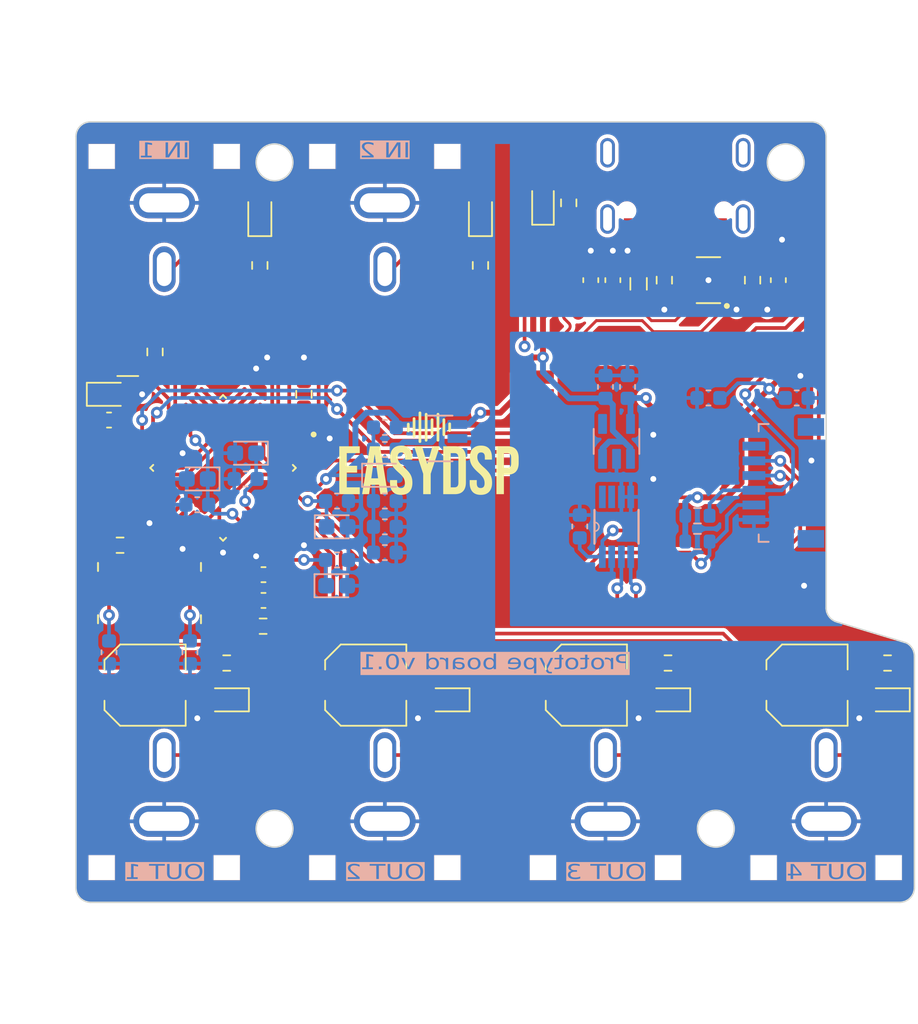
<source format=kicad_pcb>
(kicad_pcb (version 20221018) (generator pcbnew)
  (layers (0 "F.Cu" signal) (31 "B.Cu" signal) (34 "B.Paste" user) (35 "F.Paste" user) (36 "B.SilkS" user "B.Silkscreen") (37 "F.SilkS" user "F.Silkscreen") (38 "B.Mask" user) (39 "F.Mask" user) (44 "Edge.Cuts" user))
  (net 0 "")
  (net 1 "+3.3V")
  (net 2 "VBUS")
  (net 3 "+3.3VA")
  (net 4 "MCLKI")
  (net 5 "FILTA")
  (net 6 "PLL_LF")
  (net 7 "Net-(C4-Pad1)")
  (net 8 "FILTD")
  (net 9 "Net-(C29-Pad1)")
  (net 10 "Net-(C29-Pad2)")
  (net 11 "Net-(C9-Pad2)")
  (net 12 "Net-(C30-Pad2)")
  (net 13 "vout0")
  (net 14 "Net-(C31-Pad2)")
  (net 15 "vout2")
  (net 16 "Net-(Q1-C)")
  (net 17 "Net-(C33-Pad1)")
  (net 18 "Net-(C34-Pad1)")
  (net 19 "vout1")
  (net 20 "Net-(C35-Pad2)")
  (net 21 "vout3")
  (net 22 "Net-(C36-Pad2)")
  (net 23 "Net-(C37-Pad1)")
  (net 24 "Net-(C38-Pad1)")
  (net 25 "Net-(J1-SHIELD-PadS1)")
  (net 26 "Net-(J1-DP1)")
  (net 27 "Net-(J1-DN1)")
  (net 29 "Net-(J1-CC2)")
  (net 30 "Net-(J1-CC1)")
  (net 33 "UART0_RX")
  (net 34 "UART0_TX")
  (net 35 "EN")
  (net 36 "BOOT")
  (net 37 "Net-(J2-SHIELD-PadS1)")
  (net 38 "I2C0_SCL")
  (net 39 "I2C0_SDA")
  (net 40 "I2C1_SCL")
  (net 41 "I2C1_SDA")
  (net 42 "OSCO")
  (net 43 "adc1")
  (net 44 "adc2")
  (net 45 "adcRes")
  (net 46 "USB_DN")
  (net 47 "USB_DP")
  (net 50 "Net-(C18-Pad1)")
  (net 51 "Net-(U5-CM)")
  (net 52 "Net-(C32-Pad1)")
  (net 53 "Net-(C34-Pad2)")
  (net 54 "ADA_reset")
  (net 55 "GND")
  (net 56 "Net-(D1-A)")
  (net 57 "Net-(Q1-B)")
  (net 58 "Net-(U6-IO4)")
  (net 77 "GND1")
  (footprint "Inductor_SMD:L_0805_2012Metric" (layer "F.Cu") (at 72.25 99.5 -90)
    (fp_text reference "FB1" hide)
    (fp_text value "f_bead" hide)
  )
  (footprint "Resistor_SMD:R_0603_1608Metric" (layer "F.Cu") (at 37 117.25)
    (fp_text reference "R3" hide)
    (fp_text value "100" hide)
  )
  (footprint "Capacitor_SMD:C_0603_1608Metric" (layer "F.Cu") (at 46.75 121 180)
    (fp_text reference "C18" hide)
    (fp_text value "56nF" hide)
  )
  (footprint "ECS-122.8-20-3X-EN-TR:XTAL_ECS-122.8-20-3X-EN-TR" (layer "F.Cu") (at 39 120.5)
    (fp_text reference "Y1" hide)
    (fp_text value "ECS-122.8-20-3X-EN-TR")
  )
  (footprint "RCJ-041:CUI_RCJ-041" (layer "F.Cu") (at 40 140 -90)
    (fp_text reference "J8" hide)
    (fp_text value "RCJ-041")
    (fp_line (start -1.7 -5.15) (end -1.7 -3.35) (stroke (width 0.01)) (layer "Edge.Cuts"))
    (fp_line (start -1.7 -3.35) (end 0 -3.35) (stroke (width 0.01)) (layer "Edge.Cuts"))
    (fp_line (start -1.7 3.35) (end -1.7 5.15) (stroke (width 0.01)) (layer "Edge.Cuts"))
    (fp_line (start -1.7 5.15) (end 0 5.15) (stroke (width 0.01)) (layer "Edge.Cuts"))
    (fp_line (start 0 -5.15) (end -1.7 -5.15) (stroke (width 0.01)) (layer "Edge.Cuts"))
    (fp_line (start 0 -3.35) (end 0 -5.15) (stroke (width 0.01)) (layer "Edge.Cuts"))
    (fp_line (start 0 3.35) (end -1.7 3.35) (stroke (width 0.01)) (layer "Edge.Cuts"))
    (fp_line (start 0 5.15) (end 0 3.35) (stroke (width 0.01)) (layer "Edge.Cuts"))
  )
  (footprint "Capacitor_Tantalum_SMD:CP_EIA-1608-08_AVX-J" (layer "F.Cu") (at 46.5 94.75 90)
    (fp_text reference "C34" hide)
    (fp_text value "47uF" hide)
  )
  (footprint "Resistor_SMD:R_0603_1608Metric" (layer "F.Cu") (at 49.5 107 90)
    (fp_text reference "R14" hide)
    (fp_text value "18k" hide)
  )
  (footprint "Resistor_SMD:R_0603_1608Metric" (layer "F.Cu") (at 80 99.25 -90)
    (fp_text reference "R2" hide)
    (fp_text value "5k1" hide)
  )
  (footprint "Resistor_SMD:R_0603_1608Metric" (layer "F.Cu") (at 61.5 98.25 90)
    (fp_text reference "R9" hide)
    (fp_text value "18k" hide)
  )
  (footprint "Capacitor_SMD:C_0603_1608Metric" (layer "F.Cu") (at 46.75 119.25 180)
    (fp_text reference "C17" hide)
    (fp_text value "3.3nF" hide)
  )
  (footprint "RCJ-041:CUI_RCJ-041" (layer "F.Cu") (at 40 90 90)
    (fp_text reference "J6" hide)
    (fp_text value "RCJ-041")
    (fp_line (start -1.7 -5.15) (end -1.7 -3.35) (stroke (width 0.01)) (layer "Edge.Cuts"))
    (fp_line (start -1.7 -3.35) (end 0 -3.35) (stroke (width 0.01)) (layer "Edge.Cuts"))
    (fp_line (start -1.7 3.35) (end -1.7 5.15) (stroke (width 0.01)) (layer "Edge.Cuts"))
    (fp_line (start -1.7 5.15) (end 0 5.15) (stroke (width 0.01)) (layer "Edge.Cuts"))
    (fp_line (start 0 -5.15) (end -1.7 -5.15) (stroke (width 0.01)) (layer "Edge.Cuts"))
    (fp_line (start 0 -3.35) (end 0 -5.15) (stroke (width 0.01)) (layer "Edge.Cuts"))
    (fp_line (start 0 3.35) (end -1.7 3.35) (stroke (width 0.01)) (layer "Edge.Cuts"))
    (fp_line (start 0 5.15) (end 0 3.35) (stroke (width 0.01)) (layer "Edge.Cuts"))
  )
  (footprint "Capacitor_SMD:CP_Elec_5x4.5" (layer "F.Cu") (at 38.7 126.75)
    (fp_text reference "C36" hide)
    (fp_text value "47uF" hide)
  )
  (footprint "Capacitor_Tantalum_SMD:CP_EIA-1608-08_AVX-J" (layer "F.Cu") (at 74.25 127.75 180)
    (fp_text reference "C37" hide)
    (fp_text value "5.6nF" hide)
  )
  (footprint "Resistor_SMD:R_0603_1608Metric" (layer "F.Cu") (at 74 99.25 -90)
    (fp_text reference "R1" hide)
    (fp_text value "5k1" hide)
  )
  (footprint "Resistor_SMD:R_0603_1608Metric" (layer "F.Cu") (at 67.5 94 90)
    (fp_text reference "R6" hide)
    (fp_text value "1k")
  )
  (footprint "Capacitor_Tantalum_SMD:CP_EIA-1608-08_AVX-J" (layer "F.Cu") (at 89.175 127.75 180)
    (fp_text reference "C32" hide)
    (fp_text value "5.6nF" hide)
  )
  (footprint "Resistor_SMD:R_0603_1608Metric" (layer "F.Cu") (at 46.5 98.25 90)
    (fp_text reference "R12" hide)
    (fp_text value "18k" hide)
  )
  (footprint "Capacitor_SMD:C_0603_1608Metric" (layer "F.Cu") (at 81.75 99.25 -90)
    (fp_text reference "C4" hide)
    (fp_text value "10nF" hide)
  )
  (footprint "Capacitor_SMD:C_0603_1608Metric" (layer "F.Cu") (at 69 99.25 90)
    (fp_text reference "C6" hide)
    (fp_text value "4.7uF" hide)
  )
  (footprint "RCJ-041:CUI_RCJ-041" (layer "F.Cu") (at 55 140 -90)
    (fp_text reference "J5" hide)
    (fp_text value "RCJ-041")
    (fp_line (start -1.7 -5.15) (end -1.7 -3.35) (stroke (width 0.01)) (layer "Edge.Cuts"))
    (fp_line (start -1.7 -3.35) (end 0 -3.35) (stroke (width 0.01)) (layer "Edge.Cuts"))
    (fp_line (start -1.7 3.35) (end -1.7 5.15) (stroke (width 0.01)) (layer "Edge.Cuts"))
    (fp_line (start -1.7 5.15) (end 0 5.15) (stroke (width 0.01)) (layer "Edge.Cuts"))
    (fp_line (start 0 -5.15) (end -1.7 -5.15) (stroke (width 0.01)) (layer "Edge.Cuts"))
    (fp_line (start 0 -3.35) (end 0 -5.15) (stroke (width 0.01)) (layer "Edge.Cuts"))
    (fp_line (start 0 3.35) (end -1.7 3.35) (stroke (width 0.01)) (layer "Edge.Cuts"))
    (fp_line (start 0 5.15) (end 0 3.35) (stroke (width 0.01)) (layer "Edge.Cuts"))
  )
  (footprint "Capacitor_Tantalum_SMD:CP_EIA-1608-08_AVX-J" (layer "F.Cu") (at 44.25 127.75 180)
    (fp_text reference "C38" hide)
    (fp_text value "5.6nF" hide)
  )
  (footprint "Capacitor_Tantalum_SMD:CP_EIA-1608-08_AVX-J" (layer "F.Cu") (at 59.25 127.75 180)
    (fp_text reference "C33" hide)
    (fp_text value "5.6nF" hide)
  )
  (footprint "Capacitor_SMD:CP_Elec_5x4.5" (layer "F.Cu") (at 83.7 126.75)
    (fp_text reference "C30" hide)
    (fp_text value "47uF" hide)
  )
  (footprint "Capacitor_SMD:C_0603_1608Metric" (layer "F.Cu") (at 36.25 108.75 180)
    (fp_text reference "C16" hide)
    (fp_text value "100nF" hide)
  )
  (footprint "Capacitor_SMD:CP_Elec_5x4.5" (layer "F.Cu") (at 68.7 126.75)
    (fp_text reference "C35" hide)
    (fp_text value "47uF" hide)
  )
  (footprint "Resistor_SMD:R_0603_1608Metric" (layer "F.Cu") (at 46.725 122.75)
    (fp_text reference "R8" hide)
    (fp_text value "475" hide)
  )
  (footprint "TPD2S017DBVR:SOT95P280X145-6N" (layer "F.Cu") (at 77 99.25 180)
    (fp_text reference "U1" hide)
    (fp_text value "TPD2S017DBVR")
  )
  (footprint "ESP32-S3-WROOM-1-N16R2:XCVR_ESP32-S3-WROOM-1-N16R2" (layer "F.Cu") (at 78.24 112.8195 -90)
    (fp_text reference "U6" hide)
    (fp_text value "ESP32-S3-WROOM-1-N16R2" hide)
  )
  (footprint "RCJ-041:CUI_RCJ-041" (layer "F.Cu") (at 70 140 -90)
    (fp_text reference "J7" hide)
    (fp_text value "RCJ-041")
    (fp_line (start -1.7 -5.15) (end -1.7 -3.35) (stroke (width 0.01)) (layer "Edge.Cuts"))
    (fp_line (start -1.7 -3.35) (end 0 -3.35) (stroke (width 0.01)) (layer "Edge.Cuts"))
    (fp_line (start -1.7 3.35) (end -1.7 5.15) (stroke (width 0.01)) (layer "Edge.Cuts"))
    (fp_line (start -1.7 5.15) (end 0 5.15) (stroke (width 0.01)) (layer "Edge.Cuts"))
    (fp_line (start 0 -5.15) (end -1.7 -5.15) (stroke (width 0.01)) (layer "Edge.Cuts"))
    (fp_line (start 0 -3.35) (end 0 -5.15) (stroke (width 0.01)) (layer "Edge.Cuts"))
    (fp_line (start 0 3.35) (end -1.7 3.35) (stroke (width 0.01)) (layer "Edge.Cuts"))
    (fp_line (start 0 5.15) (end 0 3.35) (stroke (width 0.01)) (layer "Edge.Cuts"))
  )
  (footprint "Resistor_SMD:R_0603_1608Metric" (layer "F.Cu") (at 89.175 125.25 180)
    (fp_text reference "R10" hide)
    (fp_text value "560" hide)
  )
  (footprint "Capacitor_Tantalum_SMD:CP_EIA-1608-08_AVX-J" (layer "F.Cu") (at 36.25 107)
    (fp_text reference "C15" hide)
    (fp_text value "10uF" hide)
  )
  (footprint "RCJ-041:CUI_RCJ-041" (layer "F.Cu") (at 85 140 -90)
    (fp_text reference "J4" hide)
    (fp_text value "RCJ-041")
    (fp_line (start -1.7 -5.15) (end -1.7 -3.35) (stroke (width 0.01)) (layer "Edge.Cuts"))
    (fp_line (start -1.7 -3.35) (end 0 -3.35) (stroke (width 0.01)) (layer "Edge.Cuts"))
    (fp_line (start -1.7 3.35) (end -1.7 5.15) (stroke (width 0.01)) (layer "Edge.Cuts"))
    (fp_line (start -1.7 5.15) (end 0 5.15) (stroke (width 0.01)) (layer "Edge.Cuts"))
    (fp_line (start 0 -5.15) (end -1.7 -5.15) (stroke (width 0.01)) (layer "Edge.Cuts"))
    (fp_line (start 0 -3.35) (end 0 -5.15) (stroke (width 0.01)) (layer "Edge.Cuts"))
    (fp_line (start 0 3.35) (end -1.7 3.35) (stroke (width 0.01)) (layer "Edge.Cuts"))
    (fp_line (start 0 5.15) (end 0 3.35) (stroke (width 0.01)) (layer "Edge.Cuts"))
  )
  (footprint "Resistor_SMD:R_0603_1608Metric" (layer "F.Cu") (at 44.25 125.25 180)
    (fp_text reference "R15" hide)
    (fp_text value "560" hide)
  )
  (footprint "Capacitor_SMD:CP_Elec_5x4.5" (layer "F.Cu") (at 53.7 126.75)
    (fp_text reference "C31" hide)
    (fp_text value "47uF" hide)
  )
  (footprint "ADAU1701JSTZ:QFP50P900X900X160-48N" (layer "F.Cu") (at 44 112 -135)
    (fp_text reference "U5" hide)
    (fp_text value "ADAU1701JSTZ")
  )
  (footprint "Resistor_SMD:R_0603_1608Metric" (layer "F.Cu") (at 74.25 125.25 180)
    (fp_text reference "R13" hide)
    (fp_text value "560" hide)
  )
  (footprint "RCJ-041:CUI_RCJ-041" (layer "F.Cu") (at 55 90 90)
    (fp_text reference "J3" hide)
    (fp_text value "RCJ-041")
    (fp_line (start -1.7 -5.15) (end -1.7 -3.35) (stroke (width 0.01)) (layer "Edge.Cuts"))
    (fp_line (start -1.7 -3.35) (end 0 -3.35) (stroke (width 0.01)) (layer "Edge.Cuts"))
    (fp_line (start -1.7 3.35) (end -1.7 5.15) (stroke (width 0.01)) (layer "Edge.Cuts"))
    (fp_line (start -1.7 5.15) (end 0 5.15) (stroke (width 0.01)) (layer "Edge.Cuts"))
    (fp_line (start 0 -5.15) (end -1.7 -5.15) (stroke (width 0.01)) (layer "Edge.Cuts"))
    (fp_line (start 0 -3.35) (end 0 -5.15) (stroke (width 0.01)) (layer "Edge.Cuts"))
    (fp_line (start 0 3.35) (end -1.7 3.35) (stroke (width 0.01)) (layer "Edge.Cuts"))
    (fp_line (start 0 5.15) (end 0 3.35) (stroke (width 0.01)) (layer "Edge.Cuts"))
  )
  (footprint "Library:EasyDSP logo" (layer "F.Cu") (at 58 111)
    (fp_text reference "REF**" hide)
    (fp_text value "EasyDSP logo")
  )
  (footprint "Capacitor_Tantalum_SMD:CP_EIA-1608-08_AVX-J" (layer "F.Cu") (at 61.5 94.75 90)
    (fp_text reference "C29" hide)
    (fp_text value "47uF" hide)
  )
  (footprint "USB4800-03-A_REVA:GCT_USB4800-03-A_REVA" (layer "F.Cu") (at 74.75 90.6 180)
    (fp_text reference "J1" hide)
    (fp_text value "USB4800-03-A_REVA")
  )
  (footprint "Capacitor_SMD:C_0603_1608Metric" (layer "F.Cu") (at 70.5 99.25 90)
    (fp_text reference "C5" hide)
    (fp_text value "100nF" hide)
  )
  (footprint "Resistor_SMD:R_0603_1608Metric" (layer "F.Cu") (at 59.25 125.25 180)
    (fp_text reference "R11" hide)
    (fp_text value "560" hide)
  )
  (footprint "Resistor_SMD:R_0603_1608Metric" (layer "F.Cu") (at 39.375 104.125 -90)
    (fp_text reference "R7" hide)
    (fp_text value "1k" hide)
  )
  (footprint "Package_TO_SOT_SMD:SOT-23" (layer "F.Cu") (at 36.5625 104.2 180)
    (fp_text reference "Q1" hide)
    (fp_text value "BC807" hide)
  )
  (footprint "Diode_SMD:D_0603_1608Metric" (layer "F.Cu") (at 65.75 94 90)
    (fp_text reference "D1" hide)
    (fp_text value "LED")
  )
  (footprint "Capacitor_SMD:C_0603_1608Metric" (layer "B.Cu") (at 51.75 118.25)
    (fp_text reference "C19" hide)
    (fp_text value "100nF" hide)
  )
  (footprint "Capacitor_Tantalum_SMD:CP_EIA-1608-08_AVX-J" (layer "B.Cu") (at 45.5375 111 180)
    (fp_text reference "C21" hide)
    (fp_text value "10uF" hide)
  )
  (footprint "Capacitor_SMD:C_0603_1608Metric" (layer "B.Cu") (at 55 116)
    (fp_text reference "C26" hide)
    (fp_text value "100nF" hide)
  )
  (footprint "AP2112K-3.3TRG1:SOT95P285X140-5N" (layer "B.Cu") (at 70.75 110.2 90)
    (fp_text reference "U2" hide)
    (fp_text value "AP2112K-3.3TRG1")
  )
  (footprint "Resistor_SMD:R_0603_1608Metric" (layer "B.Cu") (at 76.25 115.25)
    (fp_text reference "R5" hide)
    (fp_text value "10k" hide)
  )
  (footprint "Capacitor_Tantalum_SMD:CP_EIA-1608-08_AVX-J" (layer "B.Cu") (at 51.725 120)
    (fp_text reference "C22" hide)
    (fp_text value "47uF" hide)
  )
  (footprint "AP2112K-3.3TRG1:SOT95P285X140-5N" (layer "B.Cu") (at 58.75 110 180)
    (fp_text reference "U3" hide)
    (fp_text value "AP2112K-3.3TRG1")
  )
  (footprint "SM06B-SRSS-TB_LF__SN_:JST_SM06B-SRSS-TB(LF)(SN)" (layer "B.Cu") (at 80.09 113.0195 -90)
    (fp_text reference "J2" hide)
    (fp_text value "SM06B-SRSS-TB(LF)(SN)")
  )
  (footprint "Capacitor_SMD:C_0603_1608Metric" (layer "B.Cu") (at 36.25 124.525 90)
    (fp_text reference "C9" hide)
    (fp_text value "22pF" hide)
  )
  (footprint "24LC128-E_MS:SOP65P490X110-8N" (layer "B.Cu") (at 70.75 116 -90)
    (fp_text reference "U4" hide)
    (fp_text value "24LC128-E/MS")
  )
  (footprint "Resistor_SMD:R_0603_1608Metric" (layer "B.Cu") (at 76.25 117)
    (fp_text reference "R4" hide)
    (fp_text value "10k" hide)
  )
  (footprint "Capacitor_SMD:C_0603_1608Metric" (layer "B.Cu") (at 51.75 114.25)
    (fp_text reference "C13" hide)
    (fp_text value "100nF" hide)
  )
  (footprint "Capacitor_SMD:C_0603_1608Metric" (layer "B.Cu") (at 45.5375 112.75 180)
    (fp_text reference "C20" hide)
    (fp_text value "100nF" hide)
  )
  (footprint "Capacitor_SMD:C_0603_1608Metric" (layer "B.Cu") (at 70 106.5 90)
    (fp_text reference "C7" hide)
    (fp_text value "1uF" hide)
  )
  (footprint "Capacitor_SMD:C_0603_1608Metric" (layer "B.Cu") (at 68.25 115.975 90)
    (fp_text reference "C1" hide)
    (fp_text value "100nF" hide)
  )
  (footprint "Capacitor_SMD:C_0603_1608Metric" (layer "B.Cu") (at 55 109.25 180)
    (fp_text reference "C3" hide)
    (fp_text value "1uF" hide)
  )
  (footprint "Capacitor_Tantalum_SMD:CP_EIA-1608-08_AVX-J" (layer "B.Cu") (at 51.75 116)
    (fp_text reference "C14" hide)
    (fp_text value "10uF" hide)
  )
  (footprint "Capacitor_Tantalum_SMD:CP_EIA-1608-08_AVX-J" (layer "B.Cu") (at 42.25 112.75 180)
    (fp_text reference "C24" hide)
    (fp_text value "10uF" hide)
  )
  (footprint "Capacitor_SMD:C_0603_1608Metric" (layer "B.Cu") (at 42.25 114.5 180)
    (fp_text reference "C23" hide)
    (fp_text value "100nF" hide)
  )
  (footprint "Capacitor_SMD:C_0603_1608Metric" (layer "B.Cu") (at 55 110.75 180)
    (fp_text reference "C8" hide)
    (fp_text value "1uF" hide)
  )
  (footprint "Capacitor_SMD:C_0603_1608Metric" (layer "B.Cu") (at 77 107.25 180)
    (fp_text reference "C10" hide)
    (fp_text value "100nF" hide)
  )
  (footprint "Capacitor_SMD:C_0603_1608Metric" (layer "B.Cu") (at 55 114.25)
    (fp_text reference "C27" hide)
    (fp_text value "100nF" hide)
  )
  (footprint "Capacitor_Tantalum_SMD:CP_EIA-1608-08_AVX-J" (layer "B.Cu") (at 54.9625 112.5)
    (fp_text reference "C28" hide)
    (fp_text value "10uF" hide)
  )
  (footprint "Capacitor_SMD:C_0603_1608Metric" (layer "B.Cu") (at 41.75 124.525 90)
    (fp_text reference "C12" hide)
    (fp_text value "22pF" hide)
  )
  (footprint "Capacitor_SMD:C_0603_1608Metric" (layer "B.Cu") (at 55 117.75)
    (fp_text reference "C25" hide)
    (fp_text value "100nF" hide)
  )
  (footprint "Capacitor_SMD:C_0603_1608Metric" (layer "B.Cu") (at 71.5 106.5 90)
    (fp_text reference "C2" hide)
    (fp_text value "1uF" hide)
  )
  (footprint "Capacitor_SMD:C_0603_1608Metric" (layer "B.Cu") (at 83 107.25)
    (fp_text reference "C11" hide)
    (fp_text value "22uF" hide)
  )
  (gr_arc (start 35 141.5) (mid 34.292893 141.207107) (end 34 140.5) (stroke (width 0.1)) (layer "Edge.Cuts"))
  (gr_arc (start 85.757384 122.470463) (mid 85.219518 122.125706) (end 85.000001 121.525731) (stroke (width 0.1)) (layer "Edge.Cuts"))
  (gr_arc (start 84 88.5) (mid 84.707107 88.792893) (end 85 89.5) (stroke (width 0.1)) (layer "Edge.Cuts"))
  (gr_line (start 35 88.5) (end 84 88.5) (stroke (width 0.1)) (layer "Edge.Cuts"))
  (gr_circle (center 47.5 91.25) (end 48.75 91.25) (stroke (width 0.1)) (fill none) (layer "Edge.Cuts"))
  (gr_arc (start 34 89.5) (mid 34.292893 88.792893) (end 35 88.5) (stroke (width 0.1)) (layer "Edge.Cuts"))
  (gr_line (start 90.447214 123.881304) (end 85.757384 122.470463) (stroke (width 0.1)) (layer "Edge.Cuts"))
  (gr_circle (center 77.5 136.5) (end 78.75 136.5) (stroke (width 0.1)) (fill none) (layer "Edge.Cuts"))
  (gr_circle (center 82.25 91.25) (end 83.5 91.25) (stroke (width 0.1)) (fill none) (layer "Edge.Cuts"))
  (gr_line (start 90 141.5) (end 35 141.5) (stroke (width 0.1)) (layer "Edge.Cuts"))
  (gr_line (start 85 121.525731) (end 85 89.5) (stroke (width 0.1)) (layer "Edge.Cuts"))
  (gr_circle (center 47.5 136.5) (end 48.75 136.5) (stroke (width 0.1)) (fill none) (layer "Edge.Cuts"))
  (gr_arc (start 91 140.5) (mid 90.707107 141.207107) (end 90 141.5) (stroke (width 0.1)) (layer "Edge.Cuts"))
  (gr_line (start 34 140.5) (end 34 89.5) (stroke (width 0.1)) (layer "Edge.Cuts"))
  (gr_arc (start 90.447214 123.881304) (mid 90.850651 124.25) (end 91 124.775731) (stroke (width 0.1)) (layer "Edge.Cuts"))
  (gr_line (start 91 140.5) (end 91 124.775731) (stroke (width 0.1)) (layer "Edge.Cuts"))
  (gr_text "OUT 1" (at 40 139.5) (layer "B.SilkS" knockout) (effects (font (size 1 1.25)) (justify mirror)))
  (gr_text "IN 2" (at 55 90.5) (layer "B.SilkS" knockout) (effects (font (size 1 1.25)) (justify mirror)))
  (gr_text "IN 1" (at 40 90.5) (layer "B.SilkS" knockout) (effects (font (size 1 1.25)) (justify mirror)))
  (gr_text "Prototype board v0.1" (at 62.5 125.25) (layer "B.SilkS" knockout) (effects (font (size 1 1.25)) (justify mirror)))
  (gr_text "OUT 3" (at 70 139.5) (layer "B.SilkS" knockout) (effects (font (size 1 1.25)) (justify mirror)))
  (gr_text "OUT 4" (at 85 139.5) (layer "B.SilkS" knockout) (effects (font (size 1 1.25)) (justify mirror)))
  (gr_text "OUT 2" (at 55 139.5) (layer "B.SilkS" knockout) (effects (font (size 1 1.25)) (justify mirror)))
  (segment (start 72.75 107.5) (end 72.75 107.25) (width 0.4) (layer "F.Cu") (net 1))
  (segment (start 42.125353 110.125353) (end 41.785065 109.785065) (width 0.25) (layer "F.Cu") (net 1))
  (segment (start 83.975 101.775) (end 82.23 103.52) (width 0.4) (layer "F.Cu") (net 1))
  (segment (start 69.5 92.5) (end 80 92.5) (width 0.4) (layer "F.Cu") (net 1))
  (segment (start 37.55 103.3) (end 37.5 103.25) (width 0.4) (layer "F.Cu") (net 1))
  (segment (start 68.5 90.5) (end 68.5 91.5) (width 0.4) (layer "F.Cu") (net 1))
  (segment (start 79.25 108.5) (end 79.25 113) (width 0.4) (layer "F.Cu") (net 1))
  (segment (start 36.940749 106) (end 36.4375 105.496751) (width 0.25) (layer "F.Cu") (net 1))
  (segment (start 70.5 116.25) (end 71.75 116.25) (width 0.25) (layer "F.Cu") (net 1))
  (segment (start 81.125 106.625) (end 79.25 108.5) (width 0.4) (layer "F.Cu") (net 1))
  (segment (start 46.332538 122.75) (end 46.75 122.332538) (width 0.25) (layer "F.Cu") (net 1))
  (segment (start 40.3 107.3) (end 39 106) (width 0.25) (layer "F.Cu") (net 1))
  (segment (start 40.3 107.946447) (end 40.3 107.3) (width 0.25) (layer "F.Cu") (net 1))
  (segment (start 38.5 103.3) (end 37.55 103.3) (width 0.4) (layer "F.Cu") (net 1))
  (segment (start 46.75 120.025) (end 47.525 119.25) (width 0.25) (layer "F.Cu") (net 1))
  (segment (start 38.5 103.3) (end 36.3 103.3) (width 0.4) (layer "F.Cu") (net 1))
  (segment (start 39 106) (end 36.940749 106) (width 0.25) (layer "F.Cu") (net 1))
  (segment (start 35.025 102.025) (end 35.025 94.975) (width 0.4) (layer "F.Cu") (net 1))
  (segment (start 79.25 113) (end 78.25 114) (width 0.4) (layer "F.Cu") (net 1))
  (segment (start 35.025 94.975) (end 40.475 89.525) (width 0.4) (layer "F.Cu") (net 1))
  (segment (start 36.4375 105.496751) (end 36.4375 104.803249) (width 0.25) (layer "F.Cu") (net 1))
  (segment (start 36.4375 104.803249) (end 36.715749 104.525) (width 0.25) (layer "F.Cu") (net 1))
  (segment (start 47.525 119.25) (end 47.525 118.249695) (width 0.25) (layer "F.Cu") (net 1))
  (segment (start 81.125 106.625) (end 82.23 105.52) (width 0.4) (layer "F.Cu") (net 1))
  (segment (start 67.525 89.525) (end 68.5 90.5) (width 0.4) (layer "F.Cu") (net 1))
  (segment (start 46.525305 117.25) (end 46.525305 117.000179) (width 0.25) (layer "F.Cu") (net 1))
  (segment (start 39.375 103.3) (end 38.5 103.3) (width 0.4) (layer "F.Cu") (net 1))
  (segment (start 74 114) (end 76.25 114) (width 0.25) (layer "F.Cu") (net 1))
  (segment (start 46.525305 117.000179) (end 45.718269 116.193143) (width 0.25) (layer "F.Cu") (net 1))
  (segment (start 36.715749 103.715749) (end 36.3 103.3) (width 0.25) (layer "F.Cu") (net 1))
  (segment (start 82.23 103.52) (end 82.23 104.0695) (width 0.4) (layer "F.Cu") (net 1))
  (segment (start 71.75 116.25) (end 74 114) (width 0.25) (layer "F.Cu") (net 1))
  (segment (start 82.23 105.52) (end 82.23 104.0695) (width 0.4) (layer "F.Cu") (net 1))
  (segment (start 68.5 91.5) (end 69.5 92.5) (width 0.4) (layer "F.Cu") (net 1))
  (segment (start 40.475 89.525) (end 67.525 89.525) (width 0.4) (layer "F.Cu") (net 1))
  (segment (start 45.9 122.75) (end 46.332538 122.75) (width 0.25) (layer "F.Cu") (net 1))
  (segment (start 73.75 108.5) (end 72.75 107.5) (width 0.4) (layer "F.Cu") (net 1))
  (segment (start 80 92.5) (end 83.975 96.475) (width 0.4) (layer "F.Cu") (net 1))
  (segment (start 41.785065 109.785065) (end 41.785065 109.431512) (width 0.25) (layer "F.Cu") (net 1))
  (segment (start 44.637563 115.112437) (end 45.718269 116.193143) (width 0.25) (layer "F.Cu") (net 1))
  (segment (start 36.715749 104.525) (end 36.715749 103.715749) (width 0.25) (layer "F.Cu") (net 1))
  (segment (start 73.75 108.5) (end 79.25 108.5) (width 0.4) (layer "F.Cu") (net 1))
  (segment (start 46.75 122.332538) (end 46.75 120.025) (width 0.25) (layer "F.Cu") (net 1))
  (segment (start 41.785065 109.431512) (end 41.22107 108.867517) (width 0.25) (layer "F.Cu") (net 1))
  (segment (start 83.975 96.475) (end 83.975 101.775) (width 0.4) (layer "F.Cu") (net 1))
  (segment (start 78.25 114) (end 76.25 114) (width 0.4) (layer "F.Cu") (net 1))
  (segment (start 47.525 118.249695) (end 46.525305 117.25) (width 0.25) (layer "F.Cu") (net 1))
  (segment (start 41.22107 108.867517) (end 40.3 107.946447) (width 0.25) (layer "F.Cu") (net 1))
  (segment (start 36.3 103.3) (end 35.025 102.025) (width 0.4) (layer "F.Cu") (net 1))
  (via (at 42.125353 110.125353) (size 0.8) (drill 0.4) (layers "F.Cu" "B.Cu") (net 1))
  (via (at 44.637563 115.112437) (size 0.8) (drill 0.4) (layers "F.Cu" "B.Cu") (net 1))
  (via (at 76.25 114) (size 0.8) (drill 0.4) (layers "F.Cu" "B.Cu") (net 1))
  (via (at 70.5 116.25) (size 0.8) (drill 0.4) (layers "F.Cu" "B.Cu") (net 1))
  (via (at 81.125 106.625) (size 0.8) (drill 0.4) (layers "F.Cu" "B.Cu") (net 1))
  (via (at 72.75 107.25) (size 0.8) (drill 0.4) (layers "F.Cu" "B.Cu") (net 1))
  (segment (start 69.7848 118.032) (end 69.7848 116.9652) (width 0.25) (layer "B.Cu") (net 1))
  (segment (start 43.362437 115.112437) (end 44.637563 115.112437) (width 0.25) (layer "B.Cu") (net 1))
  (segment (start 44.612437 115.112437) (end 44.637563 115.112437) (width 0.25) (layer "B.Cu") (net 1))
  (segment (start 71.7 107.475) (end 71.5 107.275) (width 0.4) (layer "B.Cu") (net 1))
  (segment (start 71.7 109.015) (end 71.7 107.475) (width 0.4) (layer "B.Cu") (net 1))
  (segment (start 75.425 115.25) (end 75.425 117) (width 0.4) (layer "B.Cu") (net 1))
  (segment (start 71.5 107.275) (end 71.5 107.24) (width 0.4) (layer "B.Cu") (net 1))
  (segment (start 43.025 114.5) (end 43.025 114.775) (width 0.25) (layer "B.Cu") (net 1))
  (segment (start 81.75 107.25) (end 81.125 106.625) (width 0.25) (layer "B.Cu") (net 1))
  (segment (start 42.9625 110.9625) (end 42.9625 112.75) (width 0.25) (layer "B.Cu") (net 1))
  (segment (start 42.125353 110.125353) (end 42.9625 110.9625) (width 0.25) (layer "B.Cu") (net 1))
  (segment (start 42.9625 114.4375) (end 43.025 114.5) (width 0.25) (layer "B.Cu") (net 1))
  (segment (start 71.525 107.25) (end 72.75 107.25) (width 0.4) (layer "B.Cu") (net 1))
  (segment (start 78 107.25) (end 79 106.25) (width 0.25) (layer "B.Cu") (net 1))
  (segment (start 75.425 114.325) (end 75.425 115.25) (width 0.4) (layer "B.Cu") (net 1))
  (segment (start 42.9625 112.75) (end 42.9625 114.4375) (width 0.25) (layer "B.Cu") (net 1))
  (segment (start 68.25 116.75) (end 68.25 117.5) (width 0.25) (layer "B.Cu") (net 1))
  (segment (start 69.7848 116.9652) (end 70.5 116.25) (width 0.25) (layer "B.Cu") (net 1))
  (segment (start 79 106.25) (end 80.75 106.25) (width 0.25) (layer "B.Cu") (net 1))
  (segment (start 68.25 117.5) (end 68.782 118.032) (width 0.25) (layer "B.Cu") (net 1))
  (segment (start 42.9625 112.6875) (end 43.025 112.75) (width 0.25) (layer "B.Cu") (net 1))
  (segment (start 82.225 107.25) (end 81.75 107.25) (width 0.25) (layer "B.Cu") (net 1))
  (segment (start 71.5 107.275) (end 71.525 107.25) (width 0.4) (layer "B.Cu") (net 1))
  (segment (start 68.782 118.032) (end 69.7848 118.032) (width 0.25) (layer "B.Cu") (net 1))
  (segment (start 76.25 114) (end 75.75 114) (width 0.4) (layer "B.Cu") (net 1))
  (segment (start 43.025 114.775) (end 43.362437 115.112437) (width 0.25) (layer "B.Cu") (net 1))
  (segment (start 75.75 114) (end 75.425 114.325) (width 0.4) (layer "B.Cu") (net 1))
  (segment (start 77.775 107.25) (end 78 107.25) (width 0.25) (layer "B.Cu") (net 1))
  (segment (start 80.75 106.25) (end 81.125 106.625) (width 0.25) (layer "B.Cu") (net 1))
  (segment (start 71.0375 100.5625) (end 70.5 100.025) (width 0.4) (layer "F.Cu") (net 2))
  (segment (start 63.95 107.15) (end 63.95 105.6245) (width 0.4) (layer "F.Cu") (net 2))
  (segment (start 61.5 108.25) (end 62.85 108.25) (width 0.4) (layer "F.Cu") (net 2))
  (segment (start 72.25 100.5625) (end 71.0375 100.5625) (width 0.4) (layer "F.Cu") (net 2))
  (segment (start 63.95 105.6245) (end 65.0745 104.5) (width 0.4) (layer "F.Cu") (net 2))
  (segment (start 72.25 100.501472) (end 72.25 100.5625) (width 0.4) (layer "F.Cu") (net 2))
  (segment (start 67.475 100.025) (end 65.75 101.75) (width 0.4) (layer "F.Cu") (net 2))
  (segment (start 69 100.025) (end 67.475 100.025) (width 0.4) (layer "F.Cu") (net 2))
  (segment (start 75.745 99.25) (end 73.501472 99.25) (width 0.4) (layer "F.Cu") (net 2))
  (segment (start 65.75 101.75) (end 65.75 104.5) (width 0.4) (layer "F.Cu") (net 2))
  (segment (start 62.85 108.25) (end 63.95 107.15) (width 0.4) (layer "F.Cu") (net 2))
  (segment (start 65.0745 104.5) (end 65.75 104.5) (width 0.4) (layer "F.Cu") (net 2))
  (segment (start 73.501472 99.25) (end 72.25 100.501472) (width 0.4) (layer "F.Cu") (net 2))
  (segment (start 69 100.025) (end 68.665 100.025) (width 0.4) (layer "F.Cu") (net 2))
  (segment (start 70.5 100.025) (end 69 100.025) (width 0.4) (layer "F.Cu") (net 2))
  (via (at 65.75 104.5) (size 0.8) (drill 0.4) (layers "F.Cu" "B.Cu") (net 2))
  (via (at 61.5 108.25) (size 0.8) (drill 0.4) (layers "F.Cu" "B.Cu") (net 2))
  (segment (start 55.775 110.75) (end 56.275 110.25) (width 0.4) (layer "B.Cu") (net 2))
  (segment (start 71.7 110.665) (end 71.25 110.215) (width 0.4) (layer "B.Cu") (net 2))
  (segment (start 70.25 110.215) (end 69.8 110.665) (width 0.4) (layer "B.Cu") (net 2))
  (segment (start 70.06 107.275) (end 70.5 107.715) (width 0.4) (layer "B.Cu") (net 2))
  (segment (start 59.379462 109.05) (end 58.86 109.569462) (width 0.4) (layer "B.Cu") (net 2))
  (segment (start 60.7 109.05) (end 59.935 109.05) (width 0.4) (layer "B.Cu") (net 2))
  (segment (start 56.275 110.25) (end 58.179462 110.25) (width 0.4) (layer "B.Cu") (net 2))
  (segment (start 58.179462 110.25) (end 58.86 109.569462) (width 0.4) (layer "B.Cu") (net 2))
  (segment (start 71.25 110.215) (end 70.25 110.215) (width 0.4) (layer "B.Cu") (net 2))
  (segment (start 70 107.275) (end 67.525 107.275) (width 0.4) (layer "B.Cu") (net 2))
  (segment (start 71.7 111.385) (end 71.7 110.665) (width 0.4) (layer "B.Cu") (net 2))
  (segment (start 70.5 107.715) (end 70.5 109.465) (width 0.4) (layer "B.Cu") (net 2))
  (segment (start 61.5 108.25) (end 60.7 109.05) (width 0.4) (layer "B.Cu") (net 2))
  (segment (start 58.86 110.430538) (end 59.379462 110.95) (width 0.4) (layer "B.Cu") (net 2))
  (segment (start 59.935 109.05) (end 59.379462 109.05) (width 0.4) (layer "B.Cu") (net 2))
  (segment (start 70.5 109.465) (end 71.25 110.215) (width 0.4) (layer "B.Cu") (net 2))
  (segment (start 67.525 107.275) (end 65.75 105.5) (width 0.4) (layer "B.Cu") (net 2))
  (segment (start 58.86 109.569462) (end 58.86 110.430538) (width 0.4) (layer "B.Cu") (net 2))
  (segment (start 70 107.275) (end 70.06 107.275) (width 0.4) (layer "B.Cu") (net 2))
  (segment (start 65.75 105.5) (end 65.75 104.5) (width 0.4) (layer "B.Cu") (net 2))
  (segment (start 69.8 110.665) (end 69.8 111.385) (width 0.4) (layer "B.Cu") (net 2))
  (segment (start 59.379462 110.95) (end 59.935 110.95) (width 0.4) (layer "B.Cu") (net 2))
  (segment (start 46.027706 112.447168) (end 48.336255 112.447168) (width 0.25) (layer "F.Cu") (net 3))
  (segment (start 49.389087 113.5) (end 48.90025 113.011163) (width 0.25) (layer "F.Cu") (net 3))
  (segment (start 43.75 116.139087) (end 43.75 114.724874) (width 0.25) (layer "F.Cu") (net 3))
  (segment (start 42.281731 116.193143) (end 45.362437 113.112437) (width 0.25) (layer "F.Cu") (net 3))
  (segment (start 48.336255 112.447168) (end 48.90025 113.011163) (width 0.25) (layer "F.Cu") (net 3))
  (segment (start 43.75 114.724874) (end 45.362437 113.112437) (width 0.25) (layer "F.Cu") (net 3))
  (segment (start 42.988837 116.90025) (end 43.75 116.139087) (width 0.25) (layer "F.Cu") (net 3))
  (segment (start 51 112.75) (end 50.25 113.5) (width 0.25) (layer "F.Cu") (net 3))
  (segment (start 45.362437 113.112437) (end 46.027706 112.447168) (width 0.25) (layer "F.Cu") (net 3))
  (segment (start 50.25 113.5) (end 49.389087 113.5) (width 0.25) (layer "F.Cu") (net 3))
  (via (at 51 112.75) (size 0.8) (drill 0.4) (layers "F.Cu" "B.Cu") (net 3))
  (segment (start 53 110.75) (end 53 109) (width 0.4) (layer "B.Cu") (net 3))
  (segment (start 55.775 108.775) (end 55.775 109.25) (width 0.4) (layer "B.Cu") (net 3))
  (segment (start 54.25 112.5) (end 51.25 112.5) (width 0.25) (layer "B.Cu") (net 3))
  (segment (start 55.25 108.25) (end 55.775 108.775) (width 0.4) (layer "B.Cu") (net 3))
  (segment (start 54.225 114.25) (end 54.225 112.525) (width 0.25) (layer "B.Cu") (net 3))
  (segment (start 54.225 117.75) (end 54.225 116) (width 0.25) (layer "B.Cu") (net 3))
  (segment (start 51.25 112.5) (end 51 112.75) (width 0.25) (layer "B.Cu") (net 3))
  (segment (start 54.225 114.25) (end 54.225 116) (width 0.25) (layer "B.Cu") (net 3))
  (segment (start 53 109) (end 53.75 108.25) (width 0.4) (layer "B.Cu") (net 3))
  (segment (start 57.565 109.05) (end 55.975 109.05) (width 0.4) (layer "B.Cu") (net 3))
  (segment (start 54.225 112.525) (end 54.25 112.5) (width 0.25) (layer "B.Cu") (net 3))
  (segment (start 55.975 109.05) (end 55.775 109.25) (width 0.4) (layer "B.Cu") (net 3))
  (segment (start 53.75 108.25) (end 55.25 108.25) (width 0.4) (layer "B.Cu") (net 3))
  (segment (start 51 112.75) (end 53 110.75) (width 0.4) (layer "B.Cu") (net 3))
  (segment (start 40.5 116.56066) (end 41.574624 115.486036) (width 0.25) (layer "F.Cu") (net 4))
  (segment (start 41.75 120.5) (end 41.75 122) (width 0.25) (layer "F.Cu") (net 4))
  (segment (start 41.75 119.25) (end 40.5 118) (width 0.25) (layer "F.Cu") (net 4))
  (segment (start 40.5 118) (end 40.5 116.56066) (width 0.25) (layer "F.Cu") (net 4))
  (segment (start 41.75 120.5) (end 41.75 119.25) (width 0.25) (layer "F.Cu") (net 4))
  (via (at 41.75 122) (size 0.8) (drill 0.4) (layers "F.Cu" "B.Cu") (net 4))
  (segment (start 41.75 123.75) (end 41.75 122) (width 0.25) (layer "B.Cu") (net 4))
  (segment (start 49.431981 114.25) (end 49.75 114.25) (width 0.25) (layer "F.Cu") (net 5))
  (segment (start 48.546697 113.364716) (end 49.431981 114.25) (width 0.25) (layer "F.Cu") (net 5))
  (via (at 49.75 114.25) (size 0.8) (drill 0.4) (layers "F.Cu" "B.Cu") (net 5))
  (segment (start 51.0375 116) (end 51.0375 114.3125) (width 0.25) (layer "B.Cu") (net 5))
  (segment (start 50.975 114.25) (end 49.75 114.25) (width 0.25) (layer "B.Cu") (net 5))
  (segment (start 51.0375 114.3125) (end 50.975 114.25) (width 0.25) (layer "B.Cu") (net 5))
  (segment (start 42.5 118.75) (end 45.475 118.75) (width 0.25) (layer "F.Cu") (net 6))
  (segment (start 42 117.181981) (end 42 118.25) (width 0.25) (layer "F.Cu") (net 6))
  (segment (start 45.975 121) (end 45.975 119.25) (width 0.25) (layer "F.Cu") (net 6))
  (segment (start 42 118.25) (end 42.5 118.75) (width 0.25) (layer "F.Cu") (net 6))
  (segment (start 45.475 118.75) (end 45.975 119.25) (width 0.25) (layer "F.Cu") (net 6))
  (segment (start 42.635284 116.546697) (end 42 117.181981) (width 0.25) (layer "F.Cu") (net 6))
  (segment (start 77.15 95.675) (end 77.15 96.6) (width 0.4) (layer "F.Cu") (net 7))
  (segment (start 81.25 97) (end 81.75 97.5) (width 0.4) (layer "F.Cu") (net 7))
  (segment (start 72.35 94.79) (end 72.35 95.675) (width 0.4) (layer "F.Cu") (net 7))
  (segment (start 77.15 94.76) (end 76.39 94) (width 0.4) (layer "F.Cu") (net 7))
  (segment (start 81.75 97.5) (end 81.75 98.475) (width 0.4) (layer "F.Cu") (net 7))
  (segment (start 73.14 94) (end 72.35 94.79) (width 0.4) (layer "F.Cu") (net 7))
  (segment (start 72.35 98.3375) (end 72.25 98.4375) (width 0.4) (layer "F.Cu") (net 7))
  (segment (start 72.35 95.675) (end 72.35 98.3375) (width 0.4) (layer "F.Cu") (net 7))
  (segment (start 77.55 97) (end 81.25 97) (width 0.4) (layer "F.Cu") (net 7))
  (segment (start 76.39 94) (end 73.14 94) (width 0.4) (layer "F.Cu") (net 7))
  (segment (start 72.25 95.775) (end 72.35 95.675) (width 0.4) (layer "F.Cu") (net 7))
  (segment (start 77.15 96.6) (end 77.55 97) (width 0.4) (layer "F.Cu") (net 7))
  (segment (start 77.15 95.675) (end 77.15 94.76) (width 0.4) (layer "F.Cu") (net 7))
  (segment (start 45.5 114.56066) (end 45.5 114.25) (width 0.25) (layer "F.Cu") (net 8))
  (segment (start 46.425376 115.486036) (end 45.5 114.56066) (width 0.25) (layer "F.Cu") (net 8))
  (via (at 45.5 114.25) (size 0.8) (drill 0.4) (layers "F.Cu" "B.Cu") (net 8))
  (segment (start 46.25 112.84375) (end 46.3125 112.90625) (width 0.25) (layer "B.Cu") (net 8))
  (segment (start 46.25 111.15625) (end 46.25 112.84375) (width 0.25) (layer "B.Cu") (net 8))
  (segment (start 45.5 114.25) (end 45.5 113.5625) (width 0.25) (layer "B.Cu") (net 8))
  (segment (start 45.5 113.5625) (end 46.3125 112.75) (width 0.25) (layer "B.Cu") (net 8))
  (segment (start 59.9625 94.0375) (end 61.5 94.0375) (width 0.25) (layer "F.Cu") (net 10))
  (segment (start 55 98.5) (end 55.5 98.5) (width 0.25) (layer "F.Cu") (net 10))
  (segment (start 55.5 98.5) (end 59.9625 94.0375) (width 0.25) (layer "F.Cu") (net 10))
  (segment (start 36.25 120.5) (end 36.25 122) (width 0.25) (layer "F.Cu") (net 11))
  (segment (start 36.25 117.325) (end 36.175 117.25) (width 0.25) (layer "F.Cu") (net 11))
  (segment (start 36.25 120.5) (end 36.25 117.325) (width 0.25) (layer "F.Cu") (net 11))
  (via (at 36.25 122) (size 0.8) (drill 0.4) (layers "F.Cu" "B.Cu") (net 11))
  (segment (start 36.25 123.75) (end 36.25 122) (width 0.25) (layer "B.Cu") (net 11))
  (segment (start 85.9 126.75) (end 86.85 126.75) (width 0.25) (layer "F.Cu") (net 12))
  (segment (start 86.85 126.75) (end 88.35 125.25) (width 0.25) (layer "F.Cu") (net 12))
  (segment (start 57.943198 122.25) (end 61 122.25) (width 0.25) (layer "F.Cu") (net 13))
  (segment (start 50.843198 115.15) (end 57.943198 122.25) (width 0.25) (layer "F.Cu") (net 13))
  (segment (start 78 123.25) (end 81.5 126.75) (width 0.25) (layer "F.Cu") (net 13))
  (segment (start 61 122.25) (end 62 123.25) (width 0.25) (layer "F.Cu") (net 13))
  (segment (start 49.624874 115.15) (end 50.843198 115.15) (width 0.25) (layer "F.Cu") (net 13))
  (segment (start 62 123.25) (end 78 123.25) (width 0.25) (layer "F.Cu") (net 13))
  (segment (start 48.193143 113.718269) (end 49.624874 115.15) (width 0.25) (layer "F.Cu") (net 13))
  (segment (start 56.925 126.75) (end 58.425 125.25) (width 0.25) (layer "F.Cu") (net 14))
  (segment (start 55.9 126.75) (end 56.925 126.75) (width 0.25) (layer "F.Cu") (net 14))
  (segment (start 52 117.75) (end 52 126.25) (width 0.25) (layer "F.Cu") (net 15))
  (segment (start 52 126.25) (end 51.5 126.75) (width 0.25) (layer "F.Cu") (net 15))
  (segment (start 49.11066 116.05) (end 50.3 116.05) (width 0.25) (layer "F.Cu") (net 15))
  (segment (start 47.486036 114.425376) (end 49.11066 116.05) (width 0.25) (layer "F.Cu") (net 15))
  (segment (start 50.3 116.05) (end 52 117.75) (width 0.25) (layer "F.Cu") (net 15))
  (segment (start 35.475 107.0625) (end 35.5375 107) (width 0.25) (layer "F.Cu") (net 16))
  (segment (start 35.5375 104.2875) (end 35.625 104.2) (width 0.25) (layer "F.Cu") (net 16))
  (segment (start 36.25 110.25) (end 35.475 109.475) (width 0.25) (layer "F.Cu") (net 16))
  (segment (start 35.475 108.75) (end 35.475 107.0625) (width 0.25) (layer "F.Cu") (net 16))
  (segment (start 35.5375 107) (end 35.5375 104.2875) (width 0.25) (layer "F.Cu") (net 16))
  (segment (start 39.09975 110.988837) (end 38.360913 110.25) (width 0.25) (layer "F.Cu") (net 16))
  (segment (start 41.278137 111.997168) (end 43.997168 109.278137) (width 0.25) (layer "F.Cu") (net 16))
  (segment (start 35.475 108.75) (end 35.5 108.75) (width 0.4) (layer "F.Cu") (net 16))
  (segment (start 43.997168 109.278137) (end 43.997168 108.108081) (width 0.25) (layer "F.Cu") (net 16))
  (segment (start 43.997168 108.108081) (end 42.988837 107.09975) (width 0.25) (layer "F.Cu") (net 16))
  (segment (start 38.360913 110.25) (end 36.25 110.25) (width 0.25) (layer "F.Cu") (net 16))
  (segment (start 35.475 109.475) (end 35.475 108.75) (width 0.25) (layer "F.Cu") (net 16))
  (segment (start 40.108081 111.997168) (end 41.278137 111.997168) (width 0.25) (layer "F.Cu") (net 16))
  (segment (start 39.09975 110.988837) (end 40.108081 111.997168) (width 0.25) (layer "F.Cu") (net 16))
  (segment (start 55 131.5) (end 56.2125 131.5) (width 0.25) (layer "F.Cu") (net 17))
  (segment (start 60.075 125.25) (end 60.075 127.6375) (width 0.25) (layer "F.Cu") (net 17))
  (segment (start 60.075 127.6375) (end 59.9625 127.75) (width 0.25) (layer "F.Cu") (net 17))
  (segment (start 56.2125 131.5) (end 59.9625 127.75) (width 0.25) (layer "F.Cu") (net 17))
  (segment (start 47.83959 114.08959) (end 49.35 115.6) (width 0.25) (layer "F.Cu") (net 19))
  (segment (start 49.35 115.6) (end 50.6 115.6) (width 0.25) (layer "F.Cu") (net 19))
  (segment (start 57.75 122.75) (end 60.75 122.75) (width 0.25) (layer "F.Cu") (net 19))
  (segment (start 50.6 115.6) (end 57.75 122.75) (width 0.25) (layer "F.Cu") (net 19))
  (segment (start 60.75 122.75) (end 64.75 126.75) (width 0.25) (layer "F.Cu") (net 19))
  (segment (start 47.83959 114.071823) (end 47.83959 114.08959) (width 0.25) (layer "F.Cu") (net 19))
  (segment (start 64.75 126.75) (end 66.5 126.75) (width 0.25) (layer "F.Cu") (net 19))
  (segment (start 70.9 126.75) (end 71.925 126.75) (width 0.25) (layer "F.Cu") (net 20))
  (segment (start 71.925 126.75) (end 73.425 125.25) (width 0.25) (layer "F.Cu") (net 20))
  (segment (start 51.5 122.5) (end 51.5 118) (width 0.25) (layer "F.Cu") (net 21))
  (segment (start 39.25 124) (end 50 124) (width 0.25) (layer "F.Cu") (net 21))
  (segment (start 36.5 126.75) (end 39.25 124) (width 0.25) (layer "F.Cu") (net 21))
  (segment (start 48.853553 116.5) (end 47.132483 114.77893) (width 0.25) (layer "F.Cu") (net 21))
  (segment (start 50 116.5) (end 48.853553 116.5) (width 0.25) (layer "F.Cu") (net 21))
  (segment (start 51.5 118) (end 50 116.5) (width 0.25) (layer "F.Cu") (net 21))
  (segment (start 50 124) (end 51.5 122.5) (width 0.25) (layer "F.Cu") (net 21))
  (segment (start 40.9 126.75) (end 41.925 126.75) (width 0.25) (layer "F.Cu") (net 22))
  (segment (start 41.925 126.75) (end 43.425 125.25) (width 0.25) (layer "F.Cu") (net 22))
  (segment (start 75.075 127.6375) (end 74.9625 127.75) (width 0.25) (layer "F.Cu") (net 23))
  (segment (start 71.2125 131.5) (end 74.9625 127.75) (width 0.25) (layer "F.Cu") (net 23))
  (segment (start 70 131.5) (end 71.2125 131.5) (width 0.25) (layer "F.Cu") (net 23))
  (segment (start 75.075 125.25) (end 75.075 127.6375) (width 0.25) (layer "F.Cu") (net 23))
  (segment (start 45.075 125.25) (end 45.075 127.6375) (width 0.25) (layer "F.Cu") (net 24))
  (segment (start 45.075 127.6375) (end 44.9625 127.75) (width 0.25) (layer "F.Cu") (net 24))
  (segment (start 40 131.5) (end 41.2125 131.5) (width 0.25) (layer "F.Cu") (net 24))
  (segment (start 41.2125 131.5) (end 44.9625 127.75) (width 0.25) (layer "F.Cu") (net 24))
  (segment (start 74.8 96.81) (end 74.8 96.8) (width 0.25) (layer "F.Cu") (net 26))
  (segment (start 75 96.6) (end 74.8 96.8) (width 0.25) (layer "F.Cu") (net 26))
  (segment (start 74 95.675) (end 74 96.6) (width 0.25) (layer "F.Cu") (net 26))
  (segment (start 75.745 97.755) (end 74.8 96.81) (width 0.25) (layer "F.Cu") (net 26))
  (segment (start 75.745 98.3) (end 75.745 97.755) (width 0.25) (layer "F.Cu") (net 26))
  (segment (start 75 95.675) (end 75 96.6) (width 0.25) (layer "F.Cu") (net 26))
  (segment (start 74 96.6) (end 74.2 96.8) (width 0.25) (layer "F.Cu") (net 26))
  (segment (start 74.2 96.8) (end 74.8 96.8) (width 0.25) (layer "F.Cu") (net 26))
  (segment (start 75.5 96.636396) (end 75.5 95.675) (width 0.25) (layer "F.Cu") (net 27))
  (segment (start 78.255 98.3) (end 77.163604 98.3) (width 0.25) (layer "F.Cu") (net 27))
  (segment (start 74.5 95.675) (end 74.5 94.74) (width 0.25) (layer "F.Cu") (net 27))
  (segment (start 75.3 94.55) (end 75.5 94.75) (width 0.25) (layer "F.Cu") (net 27))
  (segment (start 75.5 94.75) (end 75.5 95.675) (width 0.25) (layer "F.Cu") (net 27))
  (segment (start 74.5 94.74) (end 74.69 94.55) (width 0.25) (layer "F.Cu") (net 27))
  (segment (start 74.69 94.55) (end 75.3 94.55) (width 0.25) (layer "F.Cu") (net 27))
  (segment (start 77.163604 98.3) (end 75.5 96.636396) (width 0.25) (layer "F.Cu") (net 27))
  (segment (start 74 98.425) (end 74 97.86) (width 0.25) (layer "F.Cu") (net 29))
  (segment (start 74 97.86) (end 73 96.86) (width 0.25) (layer "F.Cu") (net 29))
  (segment (start 73 95.675) (end 73 96.86) (width 0.25) (layer "F.Cu") (net 29))
  (segment (start 80 98.425) (end 79.1 97.525) (width 0.25) (layer "F.Cu") (net 30))
  (segment (start 76 96.5) (end 76 95.675) (width 0.25) (layer "F.Cu") (net 30))
  (segment (start 77.025 97.525) (end 76 96.5) (width 0.25) (layer "F.Cu") (net 30))
  (segment (start 79.1 97.525) (end 77.025 97.525) (width 0.25) (layer "F.Cu") (net 30))
  (segment (start 81.88 111.5195) (end 83.24 112.8795) (width 0.25) (layer "F.Cu") (net 33))
  (segment (start 83.24 116.5695) (end 79.69 120.1195) (width 0.25) (layer "F.Cu") (net 33))
  (segment (start 83.24 112.8795) (end 83.24 116.5695) (width 0.25) (layer "F.Cu") (net 33))
  (segment (start 79.69 120.1195) (end 79.69 121.5695) (width 0.25) (layer "F.Cu") (net 33))
  (via (at 81.88 111.5195) (size 0.8) (drill 0.4) (layers "F.Cu" "B.Cu") (net 33))
  (segment (start 81.88 111.5195) (end 80.09 111.5195) (width 0.25) (layer "B.Cu") (net 33))
  (segment (start 81.867452 112.531551) (end 82.192051 112.531551) (width 0.25) (layer "F.Cu") (net 34))
  (segment (start 82.192051 112.531551) (end 82.63 112.9695) (width 0.25) (layer "F.Cu") (net 34))
  (segment (start 82.63 112.9695) (end 82.63 115.6795) (width 0.25) (layer "F.Cu") (net 34))
  (segment (start 78.42 119.8895) (end 78.42 121.5695) (width 0.25) (layer "F.Cu") (net 34))
  (segment (start 82.63 115.6795) (end 78.42 119.8895) (width 0.25) (layer "F.Cu") (net 34))
  (via (at 81.867452 112.531551) (size 0.8) (drill 0.4) (layers "F.Cu" "B.Cu") (net 34))
  (segment (start 81.855401 112.5195) (end 81.867452 112.531551) (width 0.25) (layer "B.Cu") (net 34))
  (segment (start 80.09 112.5195) (end 81.855401 112.5195) (width 0.25) (layer "B.Cu") (net 34))
  (segment (start 80.96 105.54) (end 80.96 104.0695) (width 0.25) (layer "F.Cu") (net 35))
  (segment (start 80.74 103.8495) (end 80.96 104.0695) (width 0.25) (layer "F.Cu") (net 35))
  (segment (start 79.5 107) (end 80.96 105.54) (width 0.25) (layer "F.Cu") (net 35))
  (via (at 79.5 107) (size 0.8) (drill 0.4) (layers "F.Cu" "B.Cu") (net 35))
  (segment (start 77.075 114.425) (end 77.075 115.25) (width 0.25) (layer "B.Cu") (net 35))
  (segment (start 82.75 112.75) (end 81.9805 113.5195) (width 0.25) (layer "B.Cu") (net 35))
  (segment (start 79.5 107) (end 79.5 107.5) (width 0.25) (layer "B.Cu") (net 35))
  (segment (start 80.09 113.5195) (end 77.9805 113.5195) (width 0.25) (layer "B.Cu") (net 35))
  (segment (start 79.5 107.5) (end 82.75 110.75) (width 0.25) (layer "B.Cu") (net 35))
  (segment (start 81.9805 113.5195) (end 80.09 113.5195) (width 0.25) (layer "B.Cu") (net 35))
  (segment (start 77.9805 113.5195) (end 77.075 114.425) (width 0.25) (layer "B.Cu") (net 35))
  (segment (start 82.75 110.75) (end 82.75 112.75) (width 0.25) (layer "B.Cu") (net 35))
  (segment (start 66.99 121.5695) (end 66.99 121.0695) (width 0.25) (layer "F.Cu") (net 36))
  (segment (start 76.5 118.5) (end 75.75 117.75) (width 0.25) (layer "F.Cu") (net 36))
  (segment (start 66.99 120.51) (end 66.99 121.5695) (width 0.25) (layer "F.Cu") (net 36))
  (segment (start 75.75 117.75) (end 69.75 117.75) (width 0.25) (layer "F.Cu") (net 36))
  (segment (start 69.75 117.75) (end 66.99 120.51) (width 0.25) (layer "F.Cu") (net 36))
  (via (at 76.5 118.5) (size 0.8) (drill 0.4) (layers "F.Cu" "B.Cu") (net 36))
  (segment (start 77.075 117) (end 77.5 117) (width 0.25) (layer "B.Cu") (net 36))
  (segment (start 77.075 117.925) (end 77.075 117) (width 0.25) (layer "B.Cu") (net 36))
  (segment (start 78.25 116.25) (end 78.25 115.25) (width 0.25) (layer "B.Cu") (net 36))
  (segment (start 76.5 118.5) (end 77.075 117.925) (width 0.25) (layer "B.Cu") (net 36))
  (segment (start 78.25 115.25) (end 78.9805 114.5195) (width 0.25) (layer "B.Cu") (net 36))
  (segment (start 78.9805 114.5195) (end 80.09 114.5195) (width 0.25) (layer "B.Cu") (net 36))
  (segment (start 77.5 117) (end 78.25 116.25) (width 0.25) (layer "B.Cu") (net 36))
  (segment (start 38.5 108.75) (end 38.5 109.681981) (width 0.25) (layer "F.Cu") (net 38))
  (segment (start 65.74 109.6445) (end 55.6445 109.6445) (width 0.25) (layer "F.Cu") (net 38))
  (segment (start 55.6445 109.6445) (end 52.75 106.75) (width 0.25) (layer "F.Cu") (net 38))
  (segment (start 38.5 109.681981) (end 39.453303 110.635284) (width 0.25) (layer "F.Cu") (net 38))
  (segment (start 52.75 106.75) (end 51.75 106.75) (width 0.25) (layer "F.Cu") (net 38))
  (via (at 51.75 106.75) (size 0.8) (drill 0.4) (layers "F.Cu" "B.Cu") (net 38))
  (via (at 38.5 108.75) (size 0.8) (drill 0.4) (layers "F.Cu" "B.Cu") (net 38))
  (segment (start 38.5 108.75) (end 38.5 108.070264) (width 0.25) (layer "B.Cu") (net 38))
  (segment (start 38.5 108.070264) (end 39.820264 106.75) (width 0.25) (layer "B.Cu") (net 38))
  (segment (start 39.820264 106.75) (end 51.75 106.75) (width 0.25) (layer "B.Cu") (net 38))
  (segment (start 39.242862 108.507138) (end 39.242862 109.717736) (width 0.25) (layer "F.Cu") (net 39))
  (segment (start 54.6645 110.9145) (end 51.75 108) (width 0.25) (layer "F.Cu") (net 39))
  (segment (start 65.74 110.9145) (end 54.6645 110.9145) (width 0.25) (layer "F.Cu") (net 39))
  (segment (start 39.242862 109.717736) (end 39.806857 110.281731) (width 0.25) (layer "F.Cu") (net 39))
  (segment (start 39.5 108.25) (end 39.242862 108.507138) (width 0.25) (layer "F.Cu") (net 39))
  (via (at 51.75 108) (size 0.8) (drill 0.4) (layers "F.Cu" "B.Cu") (net 39))
  (via (at 39.5 108.25) (size 0.8) (drill 0.4) (layers "F.Cu" "B.Cu") (net 39))
  (segment (start 51 107.25) (end 40.5 107.25) (width 0.25) (layer "B.Cu") (net 39))
  (segment (start 51.75 108) (end 51 107.25) (width 0.25) (layer "B.Cu") (net 39))
  (segment (start 40.5 107.25) (end 39.5 108.25) (width 0.25) (layer "B.Cu") (net 39))
  (segment (start 70.8 121.5695) (end 70.8 120.175) (width 0.25) (layer "F.Cu") (net 40))
  (via (at 70.8 120.175) (size 0.8) (drill 0.4) (layers "F.Cu" "B.Cu") (net 40))
  (segment (start 71.0802 118.032) (end 71.0802 119.8948) (width 0.25) (layer "B.Cu") (net 40))
  (segment (start 71.0802 119.8948) (end 70.8 120.175) (width 0.25) (layer "B.Cu") (net 40))
  (segment (start 72.07 121.5695) (end 72.07 120.18) (width 0.25) (layer "F.Cu") (net 41))
  (segment (start 72.07 120.18) (end 72.075 120.175) (width 0.25) (layer "F.Cu") (net 41))
  (via (at 72.075 120.175) (size 0.8) (drill 0.4) (layers "F.Cu" "B.Cu") (net 41))
  (segment (start 71.7152 118.032) (end 71.7152 119.8152) (width 0.25) (layer "B.Cu") (net 41))
  (segment (start 71.7152 119.8152) (end 72.075 120.175) (width 0.25) (layer "B.Cu") (net 41))
  (segment (start 41.22107 115.132483) (end 39.103553 117.25) (width 0.25) (layer "F.Cu") (net 42))
  (segment (start 39.103553 117.25) (end 37.825 117.25) (width 0.25) (layer "F.Cu") (net 42))
  (segment (start 50.5 104.25) (end 54 100.75) (width 0.25) (layer "F.Cu") (net 43))
  (segment (start 48.546697 110.635284) (end 50.5 108.681981) (width 0.25) (layer "F.Cu") (net 43))
  (segment (start 50.5 108.681981) (end 50.5 104.25) (width 0.25) (layer "F.Cu") (net 43))
  (segment (start 59.825 100.75) (end 61.5 99.075) (width 0.25) (layer "F.Cu") (net 43))
  (segment (start 54 100.75) (end 59.825 100.75) (width 0.25) (layer "F.Cu") (net 43))
  (segment (start 47.83959 109.928177) (end 48.5 109.267767) (width 0.25) (layer "F.Cu") (net 44))
  (segment (start 48.5 109.267767) (end 48.5 101.075) (width 0.25) (layer "F.Cu") (net 44))
  (segment (start 48.5 101.075) (end 46.5 99.075) (width 0.25) (layer "F.Cu") (net 44))
  (segment (start 49.5 108.974874) (end 49.5 107.825) (width 0.25) (layer "F.Cu") (net 45))
  (segment (start 48.193143 110.281731) (end 49.5 108.974874) (width 0.25) (layer "F.Cu") (net 45))
  (segment (start 73.25 102.75) (end 72.5 102) (width 0.2) (layer "F.Cu") (net 46))
  (segment (start 78.255 100.995) (end 76.5 102.75) (width 0.2) (layer "F.Cu") (net 46))
  (segment (start 72.5 102) (end 69.3795 102) (width 0.2) (layer "F.Cu") (net 46))
  (segment (start 76.5 102.75) (end 73.25 102.75) (width 0.2) (layer "F.Cu") (net 46))
  (segment (start 78.255 100.2) (end 78.255 100.995) (width 0.2) (layer "F.Cu") (net 46))
  (segment (start 69.3795 102) (end 68.26 103.1195) (width 0.2) (layer "F.Cu") (net 46))
  (segment (start 68.26 103.1195) (end 68.26 104.0695) (width 0.2) (layer "F.Cu") (net 46))
  (segment (start 75.745 100.995) (end 74.74 102) (width 0.2) (layer "F.Cu") (net 47))
  (segment (start 74.74 102) (end 73.125 102) (width 0.2) (layer "F.Cu") (net 47))
  (segment (start 67.935234 101.75) (end 67.935235 101.75) (width 0.2) (layer "F.Cu") (net 47))
  (segment (start 67.51097 102.598527) (end 67.510971 102.598528) (width 0.2) (layer "F.Cu") (net 47))
  (segment (start 67.935235 101.75) (end 67.652392 101.467157) (width 0.2) (layer "F.Cu") (net 47))
  (segment (start 75.745 100.2) (end 75.745 100.995) (width 0.2) (layer "F.Cu") (net 47))
  (segment (start 66.99 103.1195) (end 66.99 104.0695) (width 0.2) (layer "F.Cu") (net 47))
  (segment (start 73.125 102) (end 72.625 101.5) (width 0.2) (layer "F.Cu") (net 47))
  (segment (start 67.228128 101.891421) (end 67.51097 102.174263) (width 0.2) (layer "F.Cu") (net 47))
  (segment (start 72.625 101.5) (end 68.6095 101.5) (width 0.2) (layer "F.Cu") (net 47))
  (segment (start 68.6095 101.5) (end 68.3595 101.75) (width 0.2) (layer "F.Cu") (net 47))
  (segment (start 67.510971 102.598528) (end 66.99 103.1195) (width 0.2) (layer "F.Cu") (net 47))
  (arc (start 67.228128 101.467157) (mid 67.14026 101.679289) (end 67.228128 101.891421) (width 0.2) (layer "F.Cu") (net 47))
  (arc (start 67.652392 101.467157) (mid 67.44026 101.379289) (end 67.228128 101.467157) (width 0.2) (layer "F.Cu") (net 47))
  (arc (start 67.51097 102.174263) (mid 67.598838 102.386395) (end 67.51097 102.598527) (width 0.2) (layer "F.Cu") (net 47))
  (arc (start 68.3595 101.75) (mid 68.147367 101.837868) (end 67.935234 101.75) (width 0.2) (layer "F.Cu") (net 47))
  (segment (start 47.525 122.725) (end 47.55 122.75) (width 0.25) (layer "F.Cu") (net 50))
  (segment (start 47.525 121) (end 47.525 122.725) (width 0.25) (layer "F.Cu") (net 50))
  (segment (start 49.5 118.25) (end 48.482233 118.25) (width 0.25) (layer "F.Cu") (net 51))
  (segment (start 48.482233 118.25) (end 46.071823 115.83959) (width 0.25) (layer "F.Cu") (net 51))
  (via (at 49.5 118.25) (size 0.8) (drill 0.4) (layers "F.Cu" "B.Cu") (net 51))
  (segment (start 50.975 119.9625) (end 51.0125 120) (width 0.25) (layer "B.Cu") (net 51))
  (segment (start 50.975 118.25) (end 50.975 119.9625) (width 0.25) (layer "B.Cu") (net 51))
  (segment (start 49.5 118.25) (end 50.975 118.25) (width 0.25) (layer "B.Cu") (net 51))
  (segment (start 85 131.5) (end 86.1375 131.5) (width 0.25) (layer "F.Cu") (net 52))
  (segment (start 89.8875 127.75) (end 90 127.6375) (width 0.25) (layer "F.Cu") (net 52))
  (segment (start 90 127.6375) (end 90 125.25) (width 0.25) (layer "F.Cu") (net 52))
  (segment (start 86.1375 131.5) (end 89.8875 127.75) (width 0.25) (layer "F.Cu") (net 52))
  (segment (start 46.5 94.0375) (end 44.9625 94.0375) (width 0.25) (layer "F.Cu") (net 53))
  (segment (start 40.5 98.5) (end 40 98.5) (width 0.25) (layer "F.Cu") (net 53))
  (segment (start 44.9625 94.0375) (end 40.5 98.5) (width 0.25) (layer "F.Cu") (net 53))
  (segment (start 65.74 112.1845) (end 61.6845 112.1845) (width 0.25) (layer "F.Cu") (net 54))
  (segment (start 46.75 111.252832) (end 46.75 110.31066) (width 0.25) (layer "F.Cu") (net 54))
  (segment (start 51.5 111.5) (end 51.002832 111.997168) (width 0.25) (layer "F.Cu") (net 54))
  (segment (start 46.75 110.31066) (end 47.486036 109.574624) (width 0.25) (layer "F.Cu") (net 54))
  (segment (start 47.494336 111.997168) (end 46.75 111.252832) (width 0.25) (layer "F.Cu") (net 54))
  (segment (start 61 111.5) (end 51.5 111.5) (width 0.25) (layer "F.Cu") (net 54))
  (segment (start 51.002832 111.997168) (end 47.494336 111.997168) (width 0.25) (layer "F.Cu") (net 54))
  (segment (start 61.6845 112.1845) (end 61 111.5) (width 0.25) (layer "F.Cu") (net 54))
  (segment (start 65.74 112.1845) (end 65.5555 112) (width 0.25) (layer "F.Cu") (net 54))
  (segment (start 64.5 103.75) (end 64.5 96.0375) (width 0.25) (layer "F.Cu") (net 55))
  (segment (start 64.5 96.0375) (end 65.75 94.7875) (width 0.25) (layer "F.Cu") (net 55))
  (via (at 64.5 103.75) (size 0.8) (drill 0.4) (layers "F.Cu" "B.Cu") (net 55))
  (segment (start 67.4625 93.2125) (end 67.5 93.175) (width 0.25) (layer "F.Cu") (net 56))
  (segment (start 65.75 93.2125) (end 67.4625 93.2125) (width 0.25) (layer "F.Cu") (net 56))
  (segment (start 41.574624 108.513964) (end 40.75 107.68934) (width 0.25) (layer "F.Cu") (net 57))
  (segment (start 40.75 107.68934) (end 40.75 105.75) (width 0.25) (layer "F.Cu") (net 57))
  (segment (start 37.5 105.15) (end 39.175 105.15) (width 0.4) (layer "F.Cu") (net 57))
  (segment (start 40.75 105.75) (end 39.95 104.95) (width 0.25) (layer "F.Cu") (net 57))
  (segment (start 39.95 104.95) (end 39.375 104.95) (width 0.25) (layer "F.Cu") (net 57))
  (segment (start 39.175 105.15) (end 39.375 104.95) (width 0.4) (layer "F.Cu") (net 57))
  (segment (start 80.2595 102.5) (end 82.25 102.5) (width 0.25) (layer "F.Cu") (net 58))
  (segment (start 83.45 101.3) (end 83.45 96.692462) (width 0.25) (layer "F.Cu") (net 58))
  (segment (start 79.782538 93.025) (end 69.3 93.025) (width 0.25) (layer "F.Cu") (net 58))
  (segment (start 79.69 103.0695) (end 80.2595 102.5) (width 0.25) (layer "F.Cu") (net 58))
  (segment (start 79.69 104.0695) (end 79.69 103.0695) (width 0.25) (layer "F.Cu") (net 58))
  (segment (start 82.25 102.5) (end 83.45 101.3) (width 0.25) (layer "F.Cu") (net 58))
  (segment (start 83.45 96.692462) (end 79.782538 93.025) (width 0.25) (layer "F.Cu") (net 58))
  (segment (start 69.3 93.025) (end 67.5 94.825) (width 0.25) (layer "F.Cu") (net 58))
  (segment (start 71.5 97.25) (end 71.5 95.725) (width 0.25) (layer "F.Cu") (net 77))
  (segment (start 44 117.75) (end 44.84975 116.90025) (width 0.25) (layer "F.Cu") (net 77))
  (segment (start 41.25 110.31066) (end 41.25 111) (width 0.25) (layer "F.Cu") (net 77))
  (segment (start 40.25 89) (end 34.5 94.75) (width 0.25) (layer "F.Cu") (net 77))
  (segment (start 44.447168 107.663745) (end 45.011163 107.09975) (width 0.25) (layer "F.Cu") (net 77))
  (segment (start 82.225 96.475) (end 82.25 96.5) (width 0.25) (layer "F.Cu") (net 77))
  (segment (start 49.889087 110) (end 51.25 110) (width 0.25) (layer "F.Cu") (net 77))
  (segment (start 38.110913 114) (end 39.09975 113.011163) (width 0.25) (layer "F.Cu") (net 77))
  (segment (start 82 96.5) (end 82.025 96.475) (width 0.25) (layer "F.Cu") (net 77))
  (segment (start 83.25 105.75) (end 83.5 105.5) (width 0.25) (layer "F.Cu") (net 77))
  (segment (start 42.25 129) (end 43 129) (width 0.25) (layer "F.Cu") (net 77))
  (segment (start 58.5375 127.75) (end 58.5375 128.4625) (width 0.25) (layer "F.Cu") (net 77))
  (segment (start 47 104.5) (end 47.75 105.25) (width 0.25) (layer "F.Cu") (net 77))
  (segment (start 79.753269 101.246731) (end 80 101) (width 0.25) (layer "F.Cu") (net 77))
  (segment (start 48.896447 117.25) (end 49.5 117.25) (width 0.25) (layer "F.Cu") (net 77))
  (segment (start 47.342924 106.342924) (end 47.342924 108.303523) (width 0.25) (layer "F.Cu") (net 77))
  (segment (start 45.92871 117.67871) (end 45.92871 117.110691) (width 0.25) (layer "F.Cu") (net 77))
  (segment (start 78.255 99.25) (end 77 99.25) (width 0.25) (layer "F.Cu") (net 77))
  (segment (start 46.25 105.25) (end 47.342924 106.342924) (width 0.25) (layer "F.Cu") (net 77))
  (segment (start 47.75 105.25) (end 47.75 108.603553) (width 0.25) (layer "F.Cu") (net 77))
  (segment (start 41.552832 112.447168) (end 44.447168 109.552832) (width 0.25) (layer "F.Cu") (net 77))
  (segment (start 77.95 95.675) (end 78.75 96.475) (width 0.25) (layer "F.Cu") (net 77))
  (segment (start 41.928177 115.83959) (end 41.25 116.517767) (width 0.25) (layer "F.Cu") (net 77))
  (segment (start 44.447168 109.552832) (end 44.447168 107.663745) (width 0.25) (layer "F.Cu") (net 77))
  (segment (start 34.5 112.5) (end 36 114) (width 0.25) (layer "F.Cu") (net 77))
  (segment (start 45.92871 117.110691) (end 45.364716 116.546697) (width 0.25) (layer "F.Cu") (net 77))
  (segment (start 40.513964 109.574624) (end 41.25 110.31066) (width 0.25) (layer "F.Cu") (net 77))
  (segment (start 80 101) (end 80 100.075) (width 0.25) (layer "F.Cu") (net 77))
  (segment (start 78.75 96.475) (end 81.975 96.475) (width 0.25) (layer "F.Cu") (net 77))
  (segment (start 88.4625 127.75) (end 88.4625 128.4125) (width 0.25) (layer "F.Cu") (net 77))
  (segment (start 39.09975 113.011163) (end 39.663745 112.447168) (width 0.25) (layer "F.Cu") (net 77))
  (segment (start 78.907635 101.246731) (end 79.753269 101.246731) (width 0.25) (layer "F.Cu") (net 77))
  (segment (start 43 129) (end 43.5375 128.4625) (width 0.25) (layer "F.Cu") (net 77))
  (segment (start 48.90025 110.988837) (end 49.889087 110) (width 0.25) (layer "F.Cu") (net 77))
  (segment (start 44.84975 116.90025) (end 45.011163 116.90025) (width 0.25) (layer "F.Cu") (net 77))
  (segment (start 73.5375 127.75) (end 73.5375 128.4625) (width 0.25) (layer "F.Cu") (net 77))
  (segment (start 47.75 108.603553) (end 47.132483 109.22107) (width 0.25) (layer "F.Cu") (net 77))
  (segment (start 39.663745 112.447168) (end 41.552832 112.447168) (width 0.25) (layer "F.Cu") (net 77))
  (segment (start 81.975 96.475) (end 82 96.5) (width 0.25) (layer "F.Cu") (net 77))
  (segment (start 83.5 105.5) (end 83.5 104.0695) (width 0.25) (layer "F.Cu") (net 77))
  (segment (start 71.5 95.725) (end 71.55 95.675) (width 0.25) (layer "F.Cu") (net 77))
  (segment (start 84.5 111) (end 84.5 90.25) (width 0.25) (layer "F.Cu") (net 77))
  (segment (start 58.5375 128.4625) (end 58 129) (width 0.25) (layer "F.Cu") (net 77))
  (segment (start 69 98.475) (end 69 97.25) (width 0.25) (layer "F.Cu") (net 77))
  (segment (start 88.4625 128.4125) (end 87.875 129) (width 0.25) (layer "F.Cu") (net 77))
  (segment (start 37.025 108.75) (end 37.025 107.0625) (width 0.25) (layer "F.Cu") (net 77))
  (segment (start 47.342924 108.303523) (end 46.77893 108.867517) (width 0.25) (layer "F.Cu") (net 77))
  (segment (start 84 111.5) (end 84.5 111) (width 0.25) (layer "F.Cu") (net 77))
  (segment (start 49.5 104.5) (end 49.5 106.175) (width 0.25) (layer "F.Cu") (net 77))
  (segment (start 74 101.25) (end 74 100.075) (width 0.25) (layer "F.Cu") (net 77))
  (segment (start 82.025 96.475) (end 82.225 96.475) (width 0.25) (layer "F.Cu") (net 77))
  (segment (start 36 114) (end 38.110913 114) (width 0.25) (layer "F.Cu") (net 77))
  (segment (start 58 129) (end 57.25 129) (width 0.25) (layer "F.Cu") (net 77))
  (segment (start 83.25 89) (end 40.25 89) (width 0.25) (layer "F.Cu") (net 77))
  (segment (start 84.5 90.25) (end 83.25 89) (width 0.25) (layer "F.Cu") (net 77))
  (segment (start 70.5 98.475) (end 70.5 97.25) (width 0.25) (layer "F.Cu") (net 77))
  (segment (start 73 129) (end 72.25 129) (width 0.25) (layer "F.Cu") (net 77))
  (segment (start 37.025 107.0625) (end 36.9625 107) (width 0.25) (layer "F.Cu") (net 77))
  (segment (start 34.5 94.75) (end 34.5 112.5) (width 0.25) (layer "F.Cu") (net 77))
  (segment (start 36.9625 107) (end 38.5 107) (width 0.25) (layer "F.Cu") (net 77))
  (segment (start 87.875 129) (end 87.25 129) (width 0.25) (layer "F.Cu") (net 77))
  (segment (start 81 101.25) (end 81 100.775) (width 0.25) (layer "F.Cu") (net 77))
  (segment (start 46.25 118) (end 45.92871 117.67871) (width 0.25) (layer "F.Cu") (net 77))
  (segment (start 40.867517 114.77893) (end 39.896447 115.75) (width 0.25) (layer "F.Cu") (net 77))
  (segment (start 39.896447 115.75) (end 39 115.75) (width 0.25) (layer "F.Cu") (net 77))
  (segment (start 83.5 121.5695) (end 83.5 120) (width 0.25) (layer "F.Cu") (net 77))
  (segment (start 73.5375 128.4625) (end 73 129) (width 0.25) (layer "F.Cu") (net 77))
  (segment (start 43.5375 128.4625) (end 43.5375 127.75) (width 0.25) (layer "F.Cu") (net 77))
  (segment (start 41.25 116.517767) (end 41.25 117.5) (width 0.25) (layer "F.Cu") (net 77))
  (segment (start 81 100.775) (end 81.75 100.025) (width 0.25) (layer "F.Cu") (net 77))
  (segment (start 46.77893 115.132483) (end 48.896447 117.25) (width 0.25) (layer "F.Cu") (net 77))
  (via (at 81 101.25) (size 0.8) (drill 0.4) (layers "F.Cu" "B.Cu") (net 77))
  (via (at 41.25 111) (size 0.8) (drill 0.4) (layers "F.Cu" "B.Cu") (net 77))
  (via (at 83.5 120) (size 0.8) (drill 0.4) (layers "F.Cu" "B.Cu") (net 77))
  (via (at 47 104.5) (size 0.8) (drill 0.4) (layers "F.Cu" "B.Cu") (net 77))
  (via (at 87.25 129) (size 0.8) (drill 0.4) (layers "F.Cu" "B.Cu") (net 77))
  (via (at 42.25 129) (size 0.8) (drill 0.4) (layers "F.Cu" "B.Cu") (net 77))
  (via (at 71.5 97.25) (size 0.8) (drill 0.4) (layers "F.Cu" "B.Cu") (net 77))
  (via (at 78.907635 101.246731) (size 0.8) (drill 0.4) (layers "F.Cu" "B.Cu") (net 77))
  (via (at 74 101.25) (size 0.8) (drill 0.4) (layers "F.Cu" "B.Cu") (net 77))
  (via (at 77 99.25) (size 0.8) (drill 0.4) (layers "F.Cu" "B.Cu") (net 77))
  (via (at 46.25 105.25) (size 0.8) (drill 0.4) (layers "F.Cu" "B.Cu") (net 77))
  (via (at 38.5 107) (size 0.8) (drill 0.4) (layers "F.Cu" "B.Cu") (net 77))
  (via (at 69 97.25) (size 0.8) (drill 0.4) (layers "F.Cu" "B.Cu") (net 77))
  (via (at 83.25 105.75) (size 0.8) (drill 0.4) (layers "F.Cu" "B.Cu") (net 77))
  (via (at 73.25 109.75) (size 0.8) (drill 0.4) (layers "F.Cu" "B.Cu") (net 77))
  (via (at 84 111.5) (size 0.8) (drill 0.4) (layers "F.Cu" "B.Cu") (net 77))
  (via (at 72.25 129) (size 0.8) (drill 0.4) (layers "F.Cu" "B.Cu") (net 77))
  (via (at 49.5 104.5) (size 0.8) (drill 0.4) (layers "F.Cu" "B.Cu") (net 77))
  (via (at 70.5 97.25) (size 0.8) (drill 0.4) (layers "F.Cu" "B.Cu") (net 77))
  (via (at 57.25 129) (size 0.8) (drill 0.4) (layers "F.Cu" "B.Cu") (net 77))
  (via (at 41.25 117.5) (size 0.8) (drill 0.4) (layers "F.Cu" "B.Cu") (net 77))
  (via (at 44 117.75) (size 0.8) (drill 0.4) (layers "F.Cu" "B.Cu") (net 77))
  (via (at 82 96.5) (size 0.8) (drill 0.4) (layers "F.Cu" "B.Cu") (net 77))
  (via (at 46.25 118) (size 0.8) (drill 0.4) (layers "F.Cu" "B.Cu") (net 77))
  (via (at 51.25 110) (size 0.8) (drill 0.4) (layers "F.Cu" "B.Cu") (net 77))
  (via (at 39 115.75) (size 0.8) (drill 0.4) (layers "F.Cu" "B.Cu") (net 77))
  (via (at 49.5 117.25) (size 0.8) (drill 0.4) (layers "F.Cu" "B.Cu") (net 77))
  (via (at 73.25 112.75) (size 0.8) (drill 0.4) (layers "F.Cu" "B.Cu") (net 77))
  (zone (net 77) (net_name "GND1") (layer "F.Cu") (name "Bottem pads ESP ground") (connect_pads (clearance 0.5)) (min_thickness 0.25) (fill yes (thermal_gap 0.5) (thermal_bridge_width 0.5))
    (polygon (pts (xy 78 113.5) (xy 78 109.25) (xy 72.75 109.25) (xy 72.75 113.5)))
  )
  (zone (net 0) (net_name "") (layer "F.Cu") (priority 2) (connect_pads yes (clearance 0.254)) (min_thickness 0.2) (fill yes (thermal_gap 0.254) (thermal_bridge_width 0.254) (island_removal_mode 1) (island_area_min 10))
    (polygon (pts (xy 34 88.5) (xy 91 88.5) (xy 91 141.5) (xy 34 141.5)))
  )
  (zone (net 77) (net_name "GND1") (layer "B.Cu") (name "Ground") (priority 1) (connect_pads (clearance 0.254)) (min_thickness 0.2) (fill yes (thermal_gap 0.254) (thermal_bridge_width 0.254) (island_removal_mode 1) (island_area_min 10))
    (polygon (pts (xy 91 122.75) (xy 63.5 122.75) (xy 63.5 102.75) (xy 83.5 102.75) (xy 83.5 101.75) (xy 63.5 101.75) (xy 63.5 90) (xy 62.5 90) (xy 62.5 123.75) (xy 63.5 123.75) (xy 91 123.75) (xy 91 141.5) (xy 34 141.5) (xy 34 88.5) (xy 91 88.5)))
  )
)
</source>
